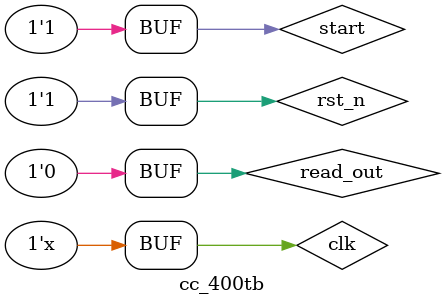
<source format=v>

`timescale 1ns/1ns

module cc_400tb;





reg clk;
reg rst_n;

reg  read_out;
reg start;
wire [7:0]num;
wire [7:0]num_random;
wire [7:0] o_selectable1;
wire [7:0] o_selectable2;
wire state;

wire [7:0]wren;

always 
begin
#6 clk=~clk;
end

initial
begin
clk=0;
rst_n=1;

read_out=0;
start=0;
#55 rst_n=0;
#25 rst_n=1;
#55 start=1;

#250
repeat(100)
begin
#800 read_out=1;
#200 read_out=0;

end
end

cc_400 u1(
clk,
rst_n,
num_random,//test port
num,//num out
start,
read_out,
state,
o_selectable1,
o_selectable2,
wren
);
endmodule

</source>
